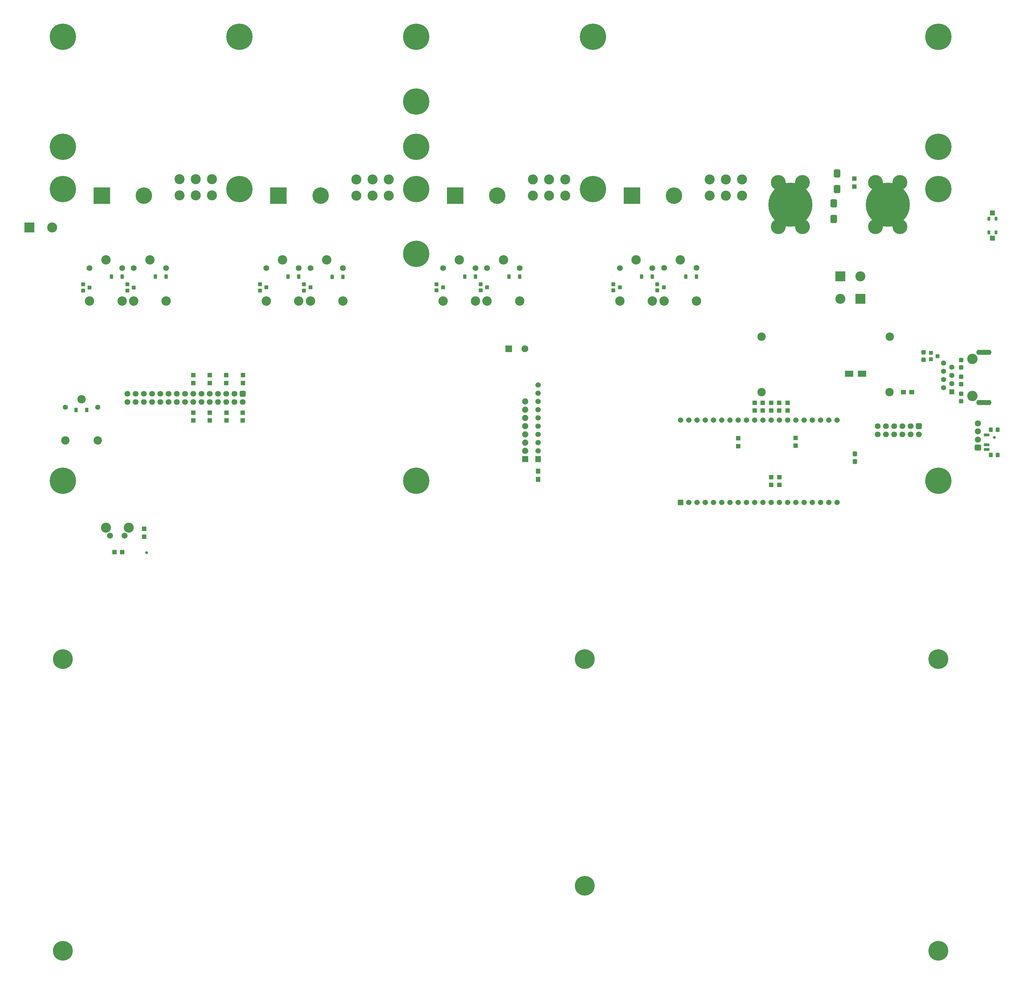
<source format=gbr>
%TF.GenerationSoftware,KiCad,Pcbnew,7.0.1*%
%TF.CreationDate,2024-04-02T15:52:52+09:00*%
%TF.ProjectId,Lift_Main_V5.0,4c696674-5f4d-4616-996e-5f56352e302e,rev?*%
%TF.SameCoordinates,Original*%
%TF.FileFunction,Soldermask,Bot*%
%TF.FilePolarity,Negative*%
%FSLAX46Y46*%
G04 Gerber Fmt 4.6, Leading zero omitted, Abs format (unit mm)*
G04 Created by KiCad (PCBNEW 7.0.1) date 2024-04-02 15:52:52*
%MOMM*%
%LPD*%
G01*
G04 APERTURE LIST*
G04 Aperture macros list*
%AMRoundRect*
0 Rectangle with rounded corners*
0 $1 Rounding radius*
0 $2 $3 $4 $5 $6 $7 $8 $9 X,Y pos of 4 corners*
0 Add a 4 corners polygon primitive as box body*
4,1,4,$2,$3,$4,$5,$6,$7,$8,$9,$2,$3,0*
0 Add four circle primitives for the rounded corners*
1,1,$1+$1,$2,$3*
1,1,$1+$1,$4,$5*
1,1,$1+$1,$6,$7*
1,1,$1+$1,$8,$9*
0 Add four rect primitives between the rounded corners*
20,1,$1+$1,$2,$3,$4,$5,0*
20,1,$1+$1,$4,$5,$6,$7,0*
20,1,$1+$1,$6,$7,$8,$9,0*
20,1,$1+$1,$8,$9,$2,$3,0*%
G04 Aperture macros list end*
%ADD10C,0.100000*%
%ADD11RoundRect,0.051000X-2.500000X-2.500000X2.500000X-2.500000X2.500000X2.500000X-2.500000X2.500000X0*%
%ADD12C,5.102000*%
%ADD13C,2.902000*%
%ADD14C,1.802000*%
%ADD15RoundRect,0.051000X-1.000000X-1.000000X1.000000X-1.000000X1.000000X1.000000X-1.000000X1.000000X0*%
%ADD16C,2.102000*%
%ADD17C,8.102000*%
%ADD18C,1.662000*%
%ADD19RoundRect,0.051000X-0.780000X-0.900000X0.780000X-0.900000X0.780000X0.900000X-0.780000X0.900000X0*%
%ADD20C,6.102000*%
%ADD21C,3.102000*%
%ADD22C,4.602000*%
%ADD23C,13.602000*%
%ADD24RoundRect,0.300900X0.675100X-0.600100X0.675100X0.600100X-0.675100X0.600100X-0.675100X-0.600100X0*%
%ADD25O,1.952000X1.802000*%
%ADD26C,3.202000*%
%ADD27RoundRect,0.051000X-0.750000X0.750000X-0.750000X-0.750000X0.750000X-0.750000X0.750000X0.750000X0*%
%ADD28C,1.602000*%
%ADD29O,4.702000X1.602000*%
%ADD30C,2.602000*%
%ADD31RoundRect,0.301000X-0.600000X0.600000X-0.600000X-0.600000X0.600000X-0.600000X0.600000X0.600000X0*%
%ADD32RoundRect,0.051000X0.780000X-0.780000X0.780000X0.780000X-0.780000X0.780000X-0.780000X-0.780000X0*%
%ADD33RoundRect,0.051000X-1.500000X-1.500000X1.500000X-1.500000X1.500000X1.500000X-1.500000X1.500000X0*%
%ADD34RoundRect,0.051000X1.500000X-1.500000X1.500000X1.500000X-1.500000X1.500000X-1.500000X-1.500000X0*%
%ADD35RoundRect,0.551000X0.500000X-0.750000X0.500000X0.750000X-0.500000X0.750000X-0.500000X-0.750000X0*%
%ADD36C,0.902000*%
%ADD37RoundRect,0.051000X-1.500000X1.500000X-1.500000X-1.500000X1.500000X-1.500000X1.500000X1.500000X0*%
%ADD38RoundRect,0.051000X-0.900000X-0.900000X0.900000X-0.900000X0.900000X0.900000X-0.900000X0.900000X0*%
%ADD39C,1.902000*%
%ADD40RoundRect,0.051000X-0.650000X-0.650000X0.650000X-0.650000X0.650000X0.650000X-0.650000X0.650000X0*%
%ADD41RoundRect,0.051000X-0.350000X0.550000X-0.350000X-0.550000X0.350000X-0.550000X0.350000X0.550000X0*%
%ADD42RoundRect,0.051000X-0.550000X-0.500000X0.550000X-0.500000X0.550000X0.500000X-0.550000X0.500000X0*%
%ADD43RoundRect,0.051000X-0.650000X0.650000X-0.650000X-0.650000X0.650000X-0.650000X0.650000X0.650000X0*%
%ADD44RoundRect,0.051000X1.250000X0.900000X-1.250000X0.900000X-1.250000X-0.900000X1.250000X-0.900000X0*%
%ADD45RoundRect,0.051000X0.450000X0.600000X-0.450000X0.600000X-0.450000X-0.600000X0.450000X-0.600000X0*%
%ADD46RoundRect,0.363500X0.312500X-0.437500X0.312500X0.437500X-0.312500X0.437500X-0.312500X-0.437500X0*%
%ADD47RoundRect,0.376000X0.325000X-0.325000X0.325000X0.325000X-0.325000X0.325000X-0.325000X-0.325000X0*%
%ADD48RoundRect,0.051000X0.650000X-0.650000X0.650000X0.650000X-0.650000X0.650000X-0.650000X-0.650000X0*%
%ADD49RoundRect,0.051000X0.800000X-0.400000X0.800000X0.400000X-0.800000X0.400000X-0.800000X-0.400000X0*%
%ADD50RoundRect,0.051000X0.500000X-0.600000X0.500000X0.600000X-0.500000X0.600000X-0.500000X-0.600000X0*%
%ADD51RoundRect,0.051000X0.625000X-0.750000X0.625000X0.750000X-0.625000X0.750000X-0.625000X-0.750000X0*%
%ADD52RoundRect,0.051000X0.750000X0.625000X-0.750000X0.625000X-0.750000X-0.625000X0.750000X-0.625000X0*%
G04 APERTURE END LIST*
D10*
%TO.C,SW2*%
X95113000Y-361010000D02*
G75*
G03*
X95113000Y-361010000I-1143000J0D01*
G01*
X93609000Y-363510000D02*
G75*
G03*
X93609000Y-363510000I-889000J0D01*
G01*
X89109000Y-363510000D02*
G75*
G03*
X89109000Y-363510000I-889000J0D01*
G01*
X88113000Y-361010000D02*
G75*
G03*
X88113000Y-361010000I-1143000J0D01*
G01*
%TD*%
D11*
%TO.C,J5*%
X194670000Y-258570000D03*
D12*
X207670000Y-258570000D03*
%TD*%
D13*
%TO.C,K8*%
X91940000Y-291145000D03*
D14*
X81940000Y-280945000D03*
X91940000Y-280945000D03*
D13*
X86940000Y-278445000D03*
X81940000Y-291145000D03*
%TD*%
D15*
%TO.C,C12*%
X211180000Y-305850000D03*
D16*
X216180000Y-305850000D03*
%TD*%
D17*
%TO.C,H1*%
X182670000Y-346570000D03*
%TD*%
%TO.C,H5*%
X73670000Y-346570000D03*
%TD*%
D18*
%TO.C,MO3*%
X220220000Y-324660000D03*
X220220000Y-322120000D03*
X220220000Y-319580000D03*
X220220000Y-317040000D03*
X220220000Y-329740000D03*
X220220000Y-327200000D03*
X220220000Y-337360000D03*
X220220000Y-334820000D03*
X220220000Y-332280000D03*
D19*
X220220000Y-339900000D03*
%TD*%
D20*
%TO.C,H4*%
X343670000Y-491570000D03*
%TD*%
D17*
%TO.C,H24*%
X343670000Y-209540000D03*
%TD*%
D13*
%TO.C,K6*%
X146440000Y-291145000D03*
D14*
X136440000Y-280945000D03*
X146440000Y-280945000D03*
D13*
X141440000Y-278445000D03*
X136440000Y-291145000D03*
%TD*%
D21*
%TO.C,J9*%
X174170000Y-258570000D03*
X174170000Y-253570000D03*
X169170000Y-258570000D03*
X169170000Y-253570000D03*
X164170000Y-258570000D03*
X164170000Y-253570000D03*
%TD*%
D17*
%TO.C,H15*%
X73670000Y-209540000D03*
%TD*%
%TO.C,H4*%
X182670000Y-256570000D03*
%TD*%
%TO.C,H6*%
X237170000Y-256570000D03*
%TD*%
%TO.C,H20*%
X182670000Y-243570000D03*
%TD*%
D22*
%TO.C,J2*%
X324320000Y-268170000D03*
X331820000Y-268170000D03*
D23*
X328070000Y-261370000D03*
D22*
X324320000Y-254570000D03*
X331820000Y-254570000D03*
%TD*%
D21*
%TO.C,SW2*%
X93970000Y-361010000D03*
X86970000Y-361010000D03*
D14*
X92720000Y-363510000D03*
X88220000Y-363510000D03*
%TD*%
D17*
%TO.C,H9*%
X128170000Y-256570000D03*
%TD*%
D13*
%TO.C,K3*%
X269070000Y-291095000D03*
D14*
X259070000Y-280895000D03*
X269070000Y-280895000D03*
D13*
X264070000Y-278395000D03*
X259070000Y-291095000D03*
%TD*%
D17*
%TO.C,H11*%
X343670000Y-256570000D03*
%TD*%
D24*
%TO.C,J7*%
X355920000Y-336340000D03*
D25*
X355920000Y-333840000D03*
X355920000Y-331340000D03*
X355920000Y-328840000D03*
%TD*%
D26*
%TO.C,J13*%
X354180000Y-320377500D03*
X354180000Y-308947500D03*
D27*
X347830000Y-319107500D03*
D28*
X345290000Y-317837500D03*
X347830000Y-316567500D03*
X345290000Y-315297500D03*
X347830000Y-314027500D03*
X345290000Y-312757500D03*
X347830000Y-311487500D03*
X345290000Y-310217500D03*
D29*
X357730000Y-322432500D03*
X357730000Y-306907500D03*
%TD*%
D17*
%TO.C,H19*%
X182670000Y-276570000D03*
%TD*%
D21*
%TO.C,J6*%
X228670000Y-258570000D03*
X228670000Y-253570000D03*
X223670000Y-258570000D03*
X223670000Y-253570000D03*
X218670000Y-258570000D03*
X218670000Y-253570000D03*
%TD*%
D13*
%TO.C,K5*%
X214540000Y-291125000D03*
D14*
X204540000Y-280925000D03*
X214540000Y-280925000D03*
D13*
X209540000Y-278425000D03*
X204540000Y-291125000D03*
%TD*%
D22*
%TO.C,J1*%
X294320000Y-268170000D03*
X301820000Y-268170000D03*
D23*
X298070000Y-261370000D03*
D22*
X294320000Y-254570000D03*
X301820000Y-254570000D03*
%TD*%
D30*
%TO.C,MO1*%
X328655000Y-319242500D03*
X328705000Y-302092500D03*
X289155000Y-319242500D03*
X289155000Y-302092500D03*
%TD*%
D31*
%TO.C,J10*%
X129170000Y-319717495D03*
D14*
X129170000Y-322257495D03*
X126630000Y-319717495D03*
X126630000Y-322257495D03*
X124090000Y-319717495D03*
X124090000Y-322257495D03*
X121550000Y-319717495D03*
X121550000Y-322257495D03*
X119010000Y-319717495D03*
X119010000Y-322257495D03*
X116470000Y-319717495D03*
X116470000Y-322257495D03*
X113930000Y-319717495D03*
X113930000Y-322257495D03*
X111390000Y-319717495D03*
X111390000Y-322257495D03*
X108850000Y-319717495D03*
X108850000Y-322257495D03*
X106310000Y-319717495D03*
X106310000Y-322257495D03*
X103770000Y-319717495D03*
X103770000Y-322257495D03*
X101230000Y-319717495D03*
X101230000Y-322257495D03*
X98690000Y-319717495D03*
X98690000Y-322257495D03*
X96150000Y-319717495D03*
X96150000Y-322257495D03*
X93610000Y-319717495D03*
X93610000Y-322257495D03*
%TD*%
D32*
%TO.C,U13*%
X264150000Y-353270000D03*
D18*
X266690000Y-353270000D03*
X269230000Y-353270000D03*
X271770000Y-353270000D03*
X274310000Y-353270000D03*
X276850000Y-353270000D03*
X279390000Y-353270000D03*
X281930000Y-353270000D03*
X284470000Y-353270000D03*
X287010000Y-353270000D03*
X289550000Y-353270000D03*
X292090000Y-353270000D03*
X294630000Y-353270000D03*
X297170000Y-353270000D03*
X299710000Y-353270000D03*
X302250000Y-353270000D03*
X304790000Y-353270000D03*
X307330000Y-353270000D03*
X309870000Y-353270000D03*
X312410000Y-353270000D03*
X312410000Y-327870000D03*
X309870000Y-327870000D03*
X307330000Y-327870000D03*
X304790000Y-327870000D03*
X302250000Y-327870000D03*
X299710000Y-327870000D03*
X297170000Y-327870000D03*
X294630000Y-327870000D03*
X292090000Y-327870000D03*
X289550000Y-327870000D03*
X287010000Y-327870000D03*
X284470000Y-327870000D03*
X281930000Y-327870000D03*
X279390000Y-327870000D03*
X276850000Y-327870000D03*
X274310000Y-327870000D03*
X271770000Y-327870000D03*
X269230000Y-327870000D03*
X266690000Y-327870000D03*
X264150000Y-327870000D03*
%TD*%
D20*
%TO.C,H7*%
X234669999Y-471570000D03*
%TD*%
D11*
%TO.C,J3*%
X249170000Y-258570000D03*
D12*
X262170000Y-258570000D03*
%TD*%
D13*
%TO.C,K1*%
X255445000Y-291120000D03*
D14*
X245445000Y-280920000D03*
X255445000Y-280920000D03*
D13*
X250445000Y-278420000D03*
X245445000Y-291120000D03*
%TD*%
D33*
%TO.C,C10*%
X63370000Y-268420000D03*
D21*
X70370000Y-268420000D03*
%TD*%
D11*
%TO.C,J8*%
X140170000Y-258570000D03*
D12*
X153170000Y-258570000D03*
%TD*%
D17*
%TO.C,H25*%
X343670000Y-243570000D03*
%TD*%
%TO.C,H17*%
X182670000Y-209540000D03*
%TD*%
%TO.C,H16*%
X128170000Y-209540000D03*
%TD*%
D13*
%TO.C,K4*%
X200940000Y-291125000D03*
D14*
X190940000Y-280925000D03*
X200940000Y-280925000D03*
D13*
X195940000Y-278425000D03*
X190940000Y-291125000D03*
%TD*%
D34*
%TO.C,C20*%
X319645000Y-290470000D03*
D21*
X319645000Y-283470000D03*
%TD*%
D31*
%TO.C,J15*%
X337680000Y-329747500D03*
D14*
X335140000Y-329747500D03*
X332600000Y-329747500D03*
X330060000Y-329747500D03*
X327520000Y-329747500D03*
X324980000Y-329747500D03*
X337680000Y-332287500D03*
X335140000Y-332287500D03*
X332600000Y-332287500D03*
X330060000Y-332287500D03*
X327520000Y-332287500D03*
X324980000Y-332287500D03*
%TD*%
D20*
%TO.C,H10*%
X73669999Y-401570000D03*
%TD*%
%TO.C,H11*%
X73669999Y-491570000D03*
%TD*%
D35*
%TO.C,F1*%
X311445000Y-265780000D03*
X311445000Y-260990000D03*
X312445000Y-256550000D03*
X312445000Y-251760000D03*
%TD*%
D17*
%TO.C,H10*%
X343670000Y-346570000D03*
%TD*%
D36*
%TO.C,SW1*%
X99480000Y-368730000D03*
%TD*%
D11*
%TO.C,J11*%
X85670000Y-258570000D03*
D12*
X98670000Y-258570000D03*
%TD*%
D21*
%TO.C,J4*%
X283170000Y-258570000D03*
X283170000Y-253570000D03*
X278170000Y-258570000D03*
X278170000Y-253570000D03*
X273170000Y-258570000D03*
X273170000Y-253570000D03*
%TD*%
D17*
%TO.C,H13*%
X73670000Y-243570000D03*
%TD*%
%TO.C,H3*%
X73670000Y-256570000D03*
%TD*%
%TO.C,H18*%
X182670000Y-229540000D03*
%TD*%
D30*
%TO.C,K2*%
X84430000Y-334100000D03*
D28*
X74430000Y-323900000D03*
X84430000Y-323900000D03*
D30*
X79430000Y-321400000D03*
X74430000Y-334100000D03*
%TD*%
D13*
%TO.C,K9*%
X105540000Y-291145000D03*
D14*
X95540000Y-280945000D03*
X105540000Y-280945000D03*
D13*
X100540000Y-278445000D03*
X95540000Y-291145000D03*
%TD*%
%TO.C,K7*%
X160040000Y-291145000D03*
D14*
X150040000Y-280945000D03*
X160040000Y-280945000D03*
D13*
X155040000Y-278445000D03*
X150040000Y-291145000D03*
%TD*%
D20*
%TO.C,H5*%
X343670000Y-401570000D03*
%TD*%
D21*
%TO.C,J12*%
X119670000Y-258560000D03*
X119670000Y-253560000D03*
X114670000Y-258560000D03*
X114670000Y-253560000D03*
X109670000Y-258560000D03*
X109670000Y-253560000D03*
%TD*%
D20*
%TO.C,H1*%
X234669999Y-401570001D03*
%TD*%
D37*
%TO.C,C18*%
X313495000Y-283470000D03*
D21*
X313495000Y-290470000D03*
%TD*%
D38*
%TO.C,U6*%
X216237500Y-339860000D03*
D39*
X216237500Y-337320000D03*
X216237500Y-334780000D03*
X216237500Y-332240000D03*
X216237500Y-329700000D03*
X216237500Y-327160000D03*
X216237500Y-324620000D03*
X216237500Y-322080000D03*
%TD*%
D17*
%TO.C,H22*%
X237170000Y-209540000D03*
%TD*%
D40*
%TO.C,R10*%
X89570000Y-368560000D03*
X91970000Y-368560000D03*
%TD*%
D41*
%TO.C,SW7*%
X359280000Y-265750000D03*
X359280000Y-269950000D03*
X361480000Y-265750000D03*
X361480000Y-269950000D03*
%TD*%
D42*
%TO.C,Q9*%
X202515000Y-287845000D03*
X202515000Y-285945000D03*
X204515000Y-286895000D03*
%TD*%
D43*
%TO.C,R19*%
X98740000Y-361430000D03*
X98740000Y-363830000D03*
%TD*%
D44*
%TO.C,D1*%
X316150000Y-313530000D03*
X320150000Y-313530000D03*
%TD*%
D43*
%TO.C,R22*%
X124100000Y-314000000D03*
X124100000Y-316400000D03*
%TD*%
%TO.C,R25*%
X129200000Y-314000000D03*
X129200000Y-316400000D03*
%TD*%
%TO.C,R2*%
X297170000Y-322520000D03*
X297170000Y-324920000D03*
%TD*%
D42*
%TO.C,Q14*%
X79940000Y-287875000D03*
X79940000Y-285975000D03*
X81940000Y-286925000D03*
%TD*%
D45*
%TO.C,D12*%
X102230000Y-283620000D03*
X105530000Y-283620000D03*
%TD*%
%TO.C,D10*%
X156740000Y-283625000D03*
X160040000Y-283625000D03*
%TD*%
D43*
%TO.C,R5*%
X113940000Y-314000000D03*
X113940000Y-316400000D03*
%TD*%
D45*
%TO.C,D7*%
X197650000Y-283600000D03*
X200950000Y-283600000D03*
%TD*%
D43*
%TO.C,R7*%
X294620000Y-322530000D03*
X294620000Y-324930000D03*
%TD*%
D46*
%TO.C,C21*%
X317930000Y-340640000D03*
X317930000Y-338240000D03*
%TD*%
D42*
%TO.C,Q5*%
X257020000Y-287825000D03*
X257020000Y-285925000D03*
X259020000Y-286875000D03*
%TD*%
D47*
%TO.C,R4*%
X350685000Y-311577500D03*
X350685000Y-309277500D03*
%TD*%
D42*
%TO.C,Q6*%
X188940000Y-287845000D03*
X188940000Y-285945000D03*
X190940000Y-286895000D03*
%TD*%
D48*
%TO.C,R26*%
X129180000Y-327950000D03*
X129180000Y-325550000D03*
%TD*%
%TO.C,R21*%
X281970000Y-335870000D03*
X281970000Y-333470000D03*
%TD*%
D47*
%TO.C,R6*%
X350685000Y-316777500D03*
X350685000Y-314477500D03*
%TD*%
D42*
%TO.C,Q1*%
X243445000Y-287845000D03*
X243445000Y-285945000D03*
X245445000Y-286895000D03*
%TD*%
D36*
%TO.C,SW3*%
X360920000Y-333200000D03*
D49*
X358620000Y-332450000D03*
X358620000Y-335450000D03*
X358620000Y-336900000D03*
D50*
X359820000Y-338600000D03*
X362020000Y-338600000D03*
X359820000Y-330800000D03*
X362020000Y-330800000D03*
%TD*%
D45*
%TO.C,D11*%
X88640000Y-283610000D03*
X91940000Y-283610000D03*
%TD*%
D51*
%TO.C,C5*%
X220210000Y-346110000D03*
X220210000Y-343610000D03*
%TD*%
D27*
%TO.C,SW4*%
X360380000Y-263950000D03*
X360380000Y-271750000D03*
%TD*%
D45*
%TO.C,D5*%
X265770000Y-283560000D03*
X269070000Y-283560000D03*
%TD*%
D43*
%TO.C,R11*%
X292120000Y-322520000D03*
X292120000Y-324920000D03*
%TD*%
D45*
%TO.C,D3*%
X252150000Y-283590000D03*
X255450000Y-283590000D03*
%TD*%
D42*
%TO.C,Q2*%
X341430000Y-309050000D03*
X341430000Y-307150000D03*
X343430000Y-308100000D03*
%TD*%
D43*
%TO.C,R27*%
X294630000Y-345430000D03*
X294630000Y-347830000D03*
%TD*%
D52*
%TO.C,C1*%
X335450000Y-319242500D03*
X332950000Y-319242500D03*
%TD*%
D45*
%TO.C,D9*%
X143140000Y-283610000D03*
X146440000Y-283610000D03*
%TD*%
D48*
%TO.C,R3*%
X317745000Y-255770000D03*
X317745000Y-253370000D03*
%TD*%
D43*
%TO.C,R17*%
X287020000Y-322520000D03*
X287020000Y-324920000D03*
%TD*%
%TO.C,R18*%
X119020000Y-314000000D03*
X119020000Y-316400000D03*
%TD*%
D47*
%TO.C,R30*%
X339130000Y-309250000D03*
X339130000Y-306950000D03*
%TD*%
D42*
%TO.C,Q13*%
X148040000Y-287870000D03*
X148040000Y-285970000D03*
X150040000Y-286920000D03*
%TD*%
D47*
%TO.C,R8*%
X350685000Y-322027500D03*
X350685000Y-319727500D03*
%TD*%
D45*
%TO.C,D8*%
X211240000Y-283605000D03*
X214540000Y-283605000D03*
%TD*%
D43*
%TO.C,R24*%
X292100000Y-345430000D03*
X292100000Y-347830000D03*
%TD*%
%TO.C,R14*%
X289520000Y-322520000D03*
X289520000Y-324920000D03*
%TD*%
%TO.C,R28*%
X299670000Y-333370000D03*
X299670000Y-335770000D03*
%TD*%
D48*
%TO.C,R16*%
X113940000Y-327950000D03*
X113940000Y-325550000D03*
%TD*%
D42*
%TO.C,Q17*%
X93565000Y-287875000D03*
X93565000Y-285975000D03*
X95565000Y-286925000D03*
%TD*%
D48*
%TO.C,R23*%
X124110000Y-327950000D03*
X124110000Y-325550000D03*
%TD*%
%TO.C,R20*%
X119000000Y-327950000D03*
X119000000Y-325550000D03*
%TD*%
D42*
%TO.C,Q10*%
X134440000Y-287870000D03*
X134440000Y-285970000D03*
X136440000Y-286920000D03*
%TD*%
D45*
%TO.C,D4*%
X77780000Y-324700000D03*
X81080000Y-324700000D03*
%TD*%
M02*

</source>
